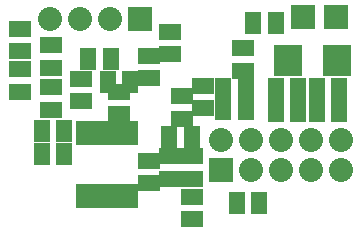
<source format=gts>
G04 (created by PCBNEW (2013-07-07 BZR 4022)-stable) date 03/12/2013 21:07:02*
%MOIN*%
G04 Gerber Fmt 3.4, Leading zero omitted, Abs format*
%FSLAX34Y34*%
G01*
G70*
G90*
G04 APERTURE LIST*
%ADD10C,0.00590551*%
%ADD11R,0.055X0.075*%
%ADD12R,0.075X0.055*%
%ADD13R,0.08X0.08*%
%ADD14C,0.08*%
%ADD15R,0.0377X0.079*%
%ADD16R,0.095X0.0298*%
G04 APERTURE END LIST*
G54D10*
G54D11*
X85225Y-25750D03*
X84475Y-25750D03*
X87425Y-23350D03*
X86675Y-23350D03*
G54D12*
X88050Y-25975D03*
X88050Y-26725D03*
G54D11*
X90525Y-24250D03*
X91275Y-24250D03*
X90525Y-23600D03*
X91275Y-23600D03*
X92275Y-24325D03*
X93025Y-24325D03*
X93650Y-24325D03*
X94400Y-24325D03*
G54D13*
X90450Y-26300D03*
G54D14*
X90450Y-25300D03*
X91450Y-26300D03*
X91450Y-25300D03*
X92450Y-26300D03*
X92450Y-25300D03*
X93450Y-26300D03*
X93450Y-25300D03*
X94450Y-26300D03*
X94450Y-25300D03*
G54D12*
X83750Y-21575D03*
X83750Y-22325D03*
X84800Y-22125D03*
X84800Y-22875D03*
G54D11*
X86775Y-22575D03*
X86025Y-22575D03*
G54D12*
X89500Y-25825D03*
X89500Y-26575D03*
X88750Y-21675D03*
X88750Y-22425D03*
X83750Y-22925D03*
X83750Y-23675D03*
X84800Y-23525D03*
X84800Y-24275D03*
X85800Y-23250D03*
X85800Y-24000D03*
X88050Y-22475D03*
X88050Y-23225D03*
G54D11*
X84475Y-25000D03*
X85225Y-25000D03*
G54D12*
X87050Y-23675D03*
X87050Y-24425D03*
G54D11*
X90975Y-27400D03*
X91725Y-27400D03*
G54D12*
X88750Y-26575D03*
X88750Y-25825D03*
X91200Y-22225D03*
X91200Y-22975D03*
G54D11*
X92275Y-21375D03*
X91525Y-21375D03*
X92275Y-23600D03*
X93025Y-23600D03*
X94400Y-23600D03*
X93650Y-23600D03*
G54D15*
X85775Y-27159D03*
X86025Y-27159D03*
X86275Y-27159D03*
X86525Y-27159D03*
X86775Y-27159D03*
X87025Y-27159D03*
X87275Y-27159D03*
X87525Y-27159D03*
X87525Y-25041D03*
X87275Y-25041D03*
X87025Y-25041D03*
X86775Y-25041D03*
X86525Y-25041D03*
X86275Y-25041D03*
X86025Y-25041D03*
X85775Y-25041D03*
G54D16*
X94330Y-23031D03*
X94330Y-22834D03*
X94330Y-22637D03*
X94330Y-22440D03*
X94330Y-22243D03*
X92676Y-22243D03*
X92676Y-22440D03*
X92676Y-22637D03*
X92676Y-22834D03*
X92676Y-23031D03*
G54D12*
X89500Y-27175D03*
X89500Y-27925D03*
G54D13*
X87750Y-21250D03*
G54D14*
X86750Y-21250D03*
X85750Y-21250D03*
X84750Y-21250D03*
G54D12*
X89150Y-23825D03*
X89150Y-24575D03*
X89850Y-24225D03*
X89850Y-23475D03*
G54D13*
X94275Y-21200D03*
X93200Y-21200D03*
G54D11*
X88725Y-25200D03*
X89475Y-25200D03*
M02*

</source>
